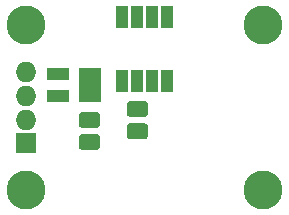
<source format=gts>
G04 #@! TF.GenerationSoftware,KiCad,Pcbnew,(5.0.0)*
G04 #@! TF.CreationDate,2019-02-28T23:25:29+00:00*
G04 #@! TF.ProjectId,AS5600_I2C_v1,4153353630305F4932435F76312E6B69,rev?*
G04 #@! TF.SameCoordinates,Original*
G04 #@! TF.FileFunction,Soldermask,Top*
G04 #@! TF.FilePolarity,Negative*
%FSLAX46Y46*%
G04 Gerber Fmt 4.6, Leading zero omitted, Abs format (unit mm)*
G04 Created by KiCad (PCBNEW (5.0.0)) date 02/28/19 23:25:29*
%MOMM*%
%LPD*%
G01*
G04 APERTURE LIST*
%ADD10O,1.750000X1.750000*%
%ADD11R,1.750000X1.750000*%
%ADD12C,3.300000*%
%ADD13R,1.960000X1.050000*%
%ADD14C,0.100000*%
%ADD15C,1.375000*%
%ADD16R,1.000000X1.950000*%
G04 APERTURE END LIST*
D10*
G04 #@! TO.C,J1*
X152000000Y-63000000D03*
X152000000Y-65000000D03*
X152000000Y-67000000D03*
D11*
X152000000Y-69000000D03*
G04 #@! TD*
D12*
G04 #@! TO.C,2.5mm *
X152000000Y-59000000D03*
G04 #@! TD*
G04 #@! TO.C,2.5mm *
X172000000Y-59000000D03*
G04 #@! TD*
D13*
G04 #@! TO.C,U2*
X154714000Y-65030000D03*
X154714000Y-63130000D03*
X157414000Y-63130000D03*
X157414000Y-64080000D03*
X157414000Y-65030000D03*
G04 #@! TD*
D14*
G04 #@! TO.C,C2*
G36*
X161987943Y-65426155D02*
X162021312Y-65431105D01*
X162054035Y-65439302D01*
X162085797Y-65450666D01*
X162116293Y-65465090D01*
X162145227Y-65482432D01*
X162172323Y-65502528D01*
X162197318Y-65525182D01*
X162219972Y-65550177D01*
X162240068Y-65577273D01*
X162257410Y-65606207D01*
X162271834Y-65636703D01*
X162283198Y-65668465D01*
X162291395Y-65701188D01*
X162296345Y-65734557D01*
X162298000Y-65768250D01*
X162298000Y-66455750D01*
X162296345Y-66489443D01*
X162291395Y-66522812D01*
X162283198Y-66555535D01*
X162271834Y-66587297D01*
X162257410Y-66617793D01*
X162240068Y-66646727D01*
X162219972Y-66673823D01*
X162197318Y-66698818D01*
X162172323Y-66721472D01*
X162145227Y-66741568D01*
X162116293Y-66758910D01*
X162085797Y-66773334D01*
X162054035Y-66784698D01*
X162021312Y-66792895D01*
X161987943Y-66797845D01*
X161954250Y-66799500D01*
X160841750Y-66799500D01*
X160808057Y-66797845D01*
X160774688Y-66792895D01*
X160741965Y-66784698D01*
X160710203Y-66773334D01*
X160679707Y-66758910D01*
X160650773Y-66741568D01*
X160623677Y-66721472D01*
X160598682Y-66698818D01*
X160576028Y-66673823D01*
X160555932Y-66646727D01*
X160538590Y-66617793D01*
X160524166Y-66587297D01*
X160512802Y-66555535D01*
X160504605Y-66522812D01*
X160499655Y-66489443D01*
X160498000Y-66455750D01*
X160498000Y-65768250D01*
X160499655Y-65734557D01*
X160504605Y-65701188D01*
X160512802Y-65668465D01*
X160524166Y-65636703D01*
X160538590Y-65606207D01*
X160555932Y-65577273D01*
X160576028Y-65550177D01*
X160598682Y-65525182D01*
X160623677Y-65502528D01*
X160650773Y-65482432D01*
X160679707Y-65465090D01*
X160710203Y-65450666D01*
X160741965Y-65439302D01*
X160774688Y-65431105D01*
X160808057Y-65426155D01*
X160841750Y-65424500D01*
X161954250Y-65424500D01*
X161987943Y-65426155D01*
X161987943Y-65426155D01*
G37*
D15*
X161398000Y-66112000D03*
D14*
G36*
X161987943Y-67301155D02*
X162021312Y-67306105D01*
X162054035Y-67314302D01*
X162085797Y-67325666D01*
X162116293Y-67340090D01*
X162145227Y-67357432D01*
X162172323Y-67377528D01*
X162197318Y-67400182D01*
X162219972Y-67425177D01*
X162240068Y-67452273D01*
X162257410Y-67481207D01*
X162271834Y-67511703D01*
X162283198Y-67543465D01*
X162291395Y-67576188D01*
X162296345Y-67609557D01*
X162298000Y-67643250D01*
X162298000Y-68330750D01*
X162296345Y-68364443D01*
X162291395Y-68397812D01*
X162283198Y-68430535D01*
X162271834Y-68462297D01*
X162257410Y-68492793D01*
X162240068Y-68521727D01*
X162219972Y-68548823D01*
X162197318Y-68573818D01*
X162172323Y-68596472D01*
X162145227Y-68616568D01*
X162116293Y-68633910D01*
X162085797Y-68648334D01*
X162054035Y-68659698D01*
X162021312Y-68667895D01*
X161987943Y-68672845D01*
X161954250Y-68674500D01*
X160841750Y-68674500D01*
X160808057Y-68672845D01*
X160774688Y-68667895D01*
X160741965Y-68659698D01*
X160710203Y-68648334D01*
X160679707Y-68633910D01*
X160650773Y-68616568D01*
X160623677Y-68596472D01*
X160598682Y-68573818D01*
X160576028Y-68548823D01*
X160555932Y-68521727D01*
X160538590Y-68492793D01*
X160524166Y-68462297D01*
X160512802Y-68430535D01*
X160504605Y-68397812D01*
X160499655Y-68364443D01*
X160498000Y-68330750D01*
X160498000Y-67643250D01*
X160499655Y-67609557D01*
X160504605Y-67576188D01*
X160512802Y-67543465D01*
X160524166Y-67511703D01*
X160538590Y-67481207D01*
X160555932Y-67452273D01*
X160576028Y-67425177D01*
X160598682Y-67400182D01*
X160623677Y-67377528D01*
X160650773Y-67357432D01*
X160679707Y-67340090D01*
X160710203Y-67325666D01*
X160741965Y-67314302D01*
X160774688Y-67306105D01*
X160808057Y-67301155D01*
X160841750Y-67299500D01*
X161954250Y-67299500D01*
X161987943Y-67301155D01*
X161987943Y-67301155D01*
G37*
D15*
X161398000Y-67987000D03*
G04 #@! TD*
D14*
G04 #@! TO.C,C1*
G36*
X157923943Y-66345155D02*
X157957312Y-66350105D01*
X157990035Y-66358302D01*
X158021797Y-66369666D01*
X158052293Y-66384090D01*
X158081227Y-66401432D01*
X158108323Y-66421528D01*
X158133318Y-66444182D01*
X158155972Y-66469177D01*
X158176068Y-66496273D01*
X158193410Y-66525207D01*
X158207834Y-66555703D01*
X158219198Y-66587465D01*
X158227395Y-66620188D01*
X158232345Y-66653557D01*
X158234000Y-66687250D01*
X158234000Y-67374750D01*
X158232345Y-67408443D01*
X158227395Y-67441812D01*
X158219198Y-67474535D01*
X158207834Y-67506297D01*
X158193410Y-67536793D01*
X158176068Y-67565727D01*
X158155972Y-67592823D01*
X158133318Y-67617818D01*
X158108323Y-67640472D01*
X158081227Y-67660568D01*
X158052293Y-67677910D01*
X158021797Y-67692334D01*
X157990035Y-67703698D01*
X157957312Y-67711895D01*
X157923943Y-67716845D01*
X157890250Y-67718500D01*
X156777750Y-67718500D01*
X156744057Y-67716845D01*
X156710688Y-67711895D01*
X156677965Y-67703698D01*
X156646203Y-67692334D01*
X156615707Y-67677910D01*
X156586773Y-67660568D01*
X156559677Y-67640472D01*
X156534682Y-67617818D01*
X156512028Y-67592823D01*
X156491932Y-67565727D01*
X156474590Y-67536793D01*
X156460166Y-67506297D01*
X156448802Y-67474535D01*
X156440605Y-67441812D01*
X156435655Y-67408443D01*
X156434000Y-67374750D01*
X156434000Y-66687250D01*
X156435655Y-66653557D01*
X156440605Y-66620188D01*
X156448802Y-66587465D01*
X156460166Y-66555703D01*
X156474590Y-66525207D01*
X156491932Y-66496273D01*
X156512028Y-66469177D01*
X156534682Y-66444182D01*
X156559677Y-66421528D01*
X156586773Y-66401432D01*
X156615707Y-66384090D01*
X156646203Y-66369666D01*
X156677965Y-66358302D01*
X156710688Y-66350105D01*
X156744057Y-66345155D01*
X156777750Y-66343500D01*
X157890250Y-66343500D01*
X157923943Y-66345155D01*
X157923943Y-66345155D01*
G37*
D15*
X157334000Y-67031000D03*
D14*
G36*
X157923943Y-68220155D02*
X157957312Y-68225105D01*
X157990035Y-68233302D01*
X158021797Y-68244666D01*
X158052293Y-68259090D01*
X158081227Y-68276432D01*
X158108323Y-68296528D01*
X158133318Y-68319182D01*
X158155972Y-68344177D01*
X158176068Y-68371273D01*
X158193410Y-68400207D01*
X158207834Y-68430703D01*
X158219198Y-68462465D01*
X158227395Y-68495188D01*
X158232345Y-68528557D01*
X158234000Y-68562250D01*
X158234000Y-69249750D01*
X158232345Y-69283443D01*
X158227395Y-69316812D01*
X158219198Y-69349535D01*
X158207834Y-69381297D01*
X158193410Y-69411793D01*
X158176068Y-69440727D01*
X158155972Y-69467823D01*
X158133318Y-69492818D01*
X158108323Y-69515472D01*
X158081227Y-69535568D01*
X158052293Y-69552910D01*
X158021797Y-69567334D01*
X157990035Y-69578698D01*
X157957312Y-69586895D01*
X157923943Y-69591845D01*
X157890250Y-69593500D01*
X156777750Y-69593500D01*
X156744057Y-69591845D01*
X156710688Y-69586895D01*
X156677965Y-69578698D01*
X156646203Y-69567334D01*
X156615707Y-69552910D01*
X156586773Y-69535568D01*
X156559677Y-69515472D01*
X156534682Y-69492818D01*
X156512028Y-69467823D01*
X156491932Y-69440727D01*
X156474590Y-69411793D01*
X156460166Y-69381297D01*
X156448802Y-69349535D01*
X156440605Y-69316812D01*
X156435655Y-69283443D01*
X156434000Y-69249750D01*
X156434000Y-68562250D01*
X156435655Y-68528557D01*
X156440605Y-68495188D01*
X156448802Y-68462465D01*
X156460166Y-68430703D01*
X156474590Y-68400207D01*
X156491932Y-68371273D01*
X156512028Y-68344177D01*
X156534682Y-68319182D01*
X156559677Y-68296528D01*
X156586773Y-68276432D01*
X156615707Y-68259090D01*
X156646203Y-68244666D01*
X156677965Y-68233302D01*
X156710688Y-68225105D01*
X156744057Y-68220155D01*
X156777750Y-68218500D01*
X157890250Y-68218500D01*
X157923943Y-68220155D01*
X157923943Y-68220155D01*
G37*
D15*
X157334000Y-68906000D03*
G04 #@! TD*
D16*
G04 #@! TO.C,AS5600*
X160095000Y-58300000D03*
X161365000Y-58300000D03*
X162635000Y-58300000D03*
X163905000Y-58300000D03*
X163905000Y-63700000D03*
X162635000Y-63700000D03*
X161365000Y-63700000D03*
X160095000Y-63700000D03*
G04 #@! TD*
D12*
G04 #@! TO.C,2.5mm *
X172000000Y-73000000D03*
G04 #@! TD*
G04 #@! TO.C,2.5mm *
X152000000Y-73000000D03*
G04 #@! TD*
M02*

</source>
